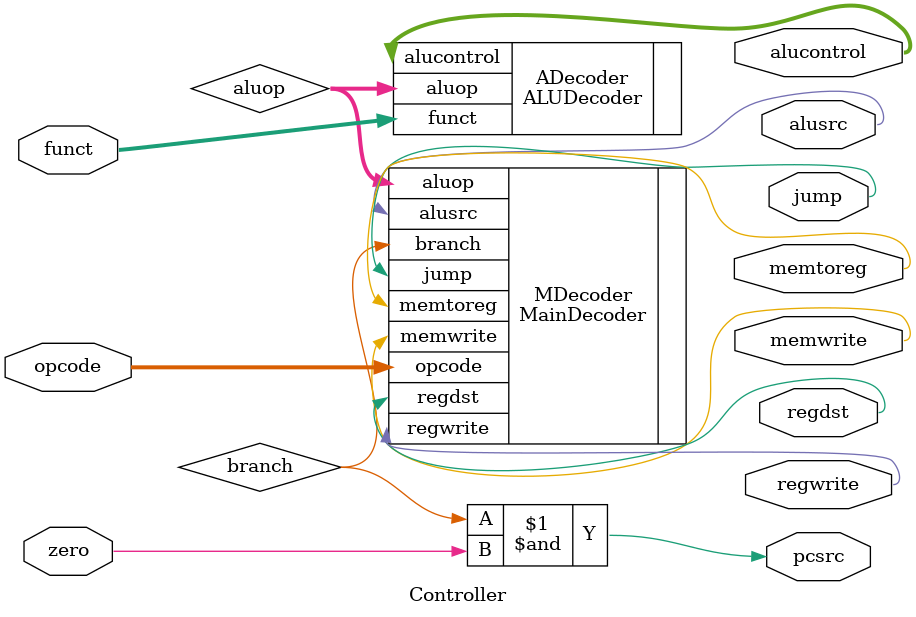
<source format=v>


module Controller(input  wire [5:0] opcode,
						input  wire [5:0] funct,
                  input  wire zero,
						output wire pcsrc,
                  output wire memtoreg,
						output wire alusrc,
						output wire regdst,
						output wire regwrite,
						output wire memwrite,
                  output wire jump,
                  output wire [2:0] alucontrol);

  wire [1:0] aluop;
  wire       branch;

  MainDecoder MDecoder(.opcode(opcode), 
							  .aluop(aluop), 
							  .branch(branch), 
							  .memtoreg(memtoreg), 
							  .alusrc(alusrc), 
							  .regdst(regdst), 
							  .regwrite(regwrite), 
							  .memwrite(memwrite), 
							  .jump(jump) );
  
  
  ALUDecoder ADecoder(.funct(funct), 
							 .aluop(aluop), 
							 .alucontrol(alucontrol) ); 
	
 
    
  assign pcsrc = branch & zero;
  
endmodule
</source>
